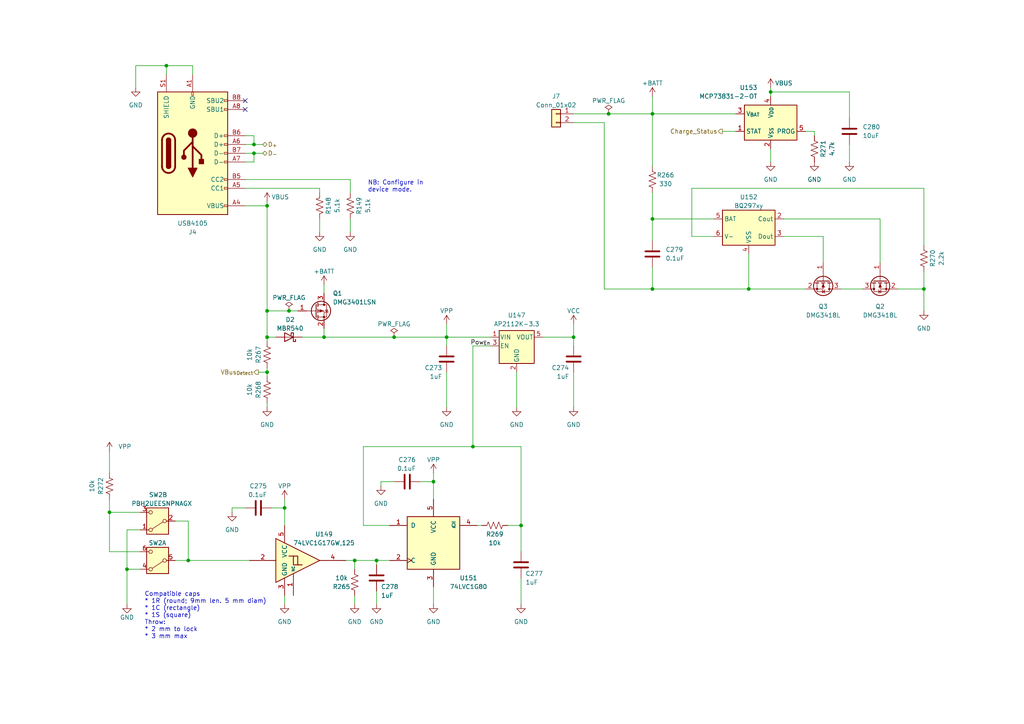
<source format=kicad_sch>
(kicad_sch (version 20231120) (generator "eeschema") (generator_version "8.0")
  (paper "A4")
  (title_block (title "USB-2.0 C and LiPo Battery") (rev "A") (company "Open Ephys, Inc") (comment 1 "Jonathan P. Newman"))
  (lib_symbols
    (symbol "74xGxx:74LVC1G17"
      (property "Reference" "U" (at 2.54 7.62 0))
      (property "Value" "74LVC1G17" (at 5.08 -7.62 0))
      (symbol "74LVC1G17_0_1"
        (polyline (pts (xy -2.54 1.27) (xy -1.27 1.27) (xy -1.27 -1.27)) (stroke (width 0.254)) (fill (type background)))
        (polyline (pts (xy -7.62 6.35) (xy -7.62 -6.35) (xy 5.08 0) (xy -7.62 6.35)) (stroke (width 0.254)) (fill (type background)))
        (polyline (pts (xy -3.81 1.27) (xy -2.54 1.27) (xy -2.54 -1.27) (xy 0 -1.27)) (stroke (width 0.254)) (fill (type background)))
      )
      (symbol "74LVC1G17_1_1"
        (pin free line (at -2.54 -10.16 90) (length 6.35) (name "NC") (number "1"))
        (pin input line (at -15.24 0 0) (length 7.62) (name "~") (number "2"))
        (pin power_in line (at -5.08 -10.16 90) (length 5.08) (name "GND") (number "3"))
        (pin output line (at 12.7 0 180) (length 7.62) (name "~") (number "4"))
        (pin power_in line (at -5.08 10.16 270) (length 5.08) (name "VCC") (number "5"))
      )
    )
    (symbol "74xGxx:74LVC1G80" (pin_names (offset 1.016))
      (property "Reference" "U" (at -5.08 10.16 0))
      (property "Value" "74LVC1G80" (at 7.62 -10.16 0))
      (symbol "74LVC1G80_0_1"
        (rectangle (start -7.62 7.62) (end 7.62 -7.62) (stroke (width 0.254)) (fill (type background)))
      )
      (symbol "74LVC1G80_1_1"
        (pin input line (at -12.7 5.08 0) (length 5.08) (name "D") (number "1"))
        (pin input clock (at -12.7 -5.08 0) (length 5.08) (name "C") (number "2"))
        (pin power_in line (at 0 -12.7 90) (length 5.08) (name "GND") (number "3"))
        (pin output line (at 12.7 5.08 180) (length 5.08) (name "~{Q}") (number "4"))
        (pin power_in line (at 0 12.7 270) (length 5.08) (name "VCC") (number "5"))
      )
    )
    (symbol "Battery_Management:BQ297xy"
      (property "Reference" "U" (at -6.35 6.35 0))
      (property "Value" "BQ297xy" (at 5.08 -6.35 0))
      (symbol "BQ297xy_0_1"
        (rectangle (start -7.62 5.08) (end 7.62 -5.08) (stroke (width 0.254)) (fill (type background)))
      )
      (symbol "BQ297xy_1_1"
        (pin no_connect line (at 7.62 0 180) (length 2.54) hide (name "NC") (number "1"))
        (pin output line (at 10.16 2.54 180) (length 2.54) (name "Cout") (number "2"))
        (pin output line (at 10.16 -2.54 180) (length 2.54) (name "Dout") (number "3"))
        (pin power_in line (at 0 -7.62 90) (length 2.54) (name "VSS") (number "4"))
        (pin input line (at -10.16 2.54 0) (length 2.54) (name "BAT") (number "5"))
        (pin input line (at -10.16 -2.54 0) (length 2.54) (name "V-") (number "6"))
      )
    )
    (symbol "Battery_Management:MCP73831-2-OT"
      (property "Reference" "U" (at -7.62 6.35 0))
      (property "Value" "MCP73831-2-OT" (at 1.27 6.35 0))
      (symbol "MCP73831-2-OT_0_1"
        (rectangle (start -7.62 5.08) (end 7.62 -5.08) (stroke (width 0.254)) (fill (type background)))
      )
      (symbol "MCP73831-2-OT_1_1"
        (pin output line (at 10.16 -2.54 180) (length 2.54) (name "STAT") (number "1"))
        (pin power_in line (at 0 -7.62 90) (length 2.54) (name "V_{SS}") (number "2"))
        (pin power_out line (at 10.16 2.54 180) (length 2.54) (name "V_{BAT}") (number "3"))
        (pin power_in line (at 0 7.62 270) (length 2.54) (name "V_{DD}") (number "4"))
        (pin input line (at -10.16 -2.54 0) (length 2.54) (name "PROG") (number "5"))
      )
    )
    (symbol "Connector:USB_C_Receptacle_USB2.0" (pin_names (offset 1.016))
      (property "Reference" "J" (at -10.16 19.05 0))
      (property "Value" "USB_C_Receptacle_USB2.0" (at 19.05 19.05 0))
      (symbol "USB_C_Receptacle_USB2.0_0_0"
        (rectangle (start -0.254 -17.78) (end 0.254 -16.764))
        (rectangle (start 10.16 -14.986) (end 9.144 -15.494))
        (rectangle (start 10.16 -12.446) (end 9.144 -12.954))
        (rectangle (start 10.16 -4.826) (end 9.144 -5.334))
        (rectangle (start 10.16 -2.286) (end 9.144 -2.794))
        (rectangle (start 10.16 0.254) (end 9.144 -0.254))
        (rectangle (start 10.16 2.794) (end 9.144 2.286))
        (rectangle (start 10.16 7.874) (end 9.144 7.366))
        (rectangle (start 10.16 10.414) (end 9.144 9.906))
        (rectangle (start 10.16 15.494) (end 9.144 14.986))
      )
      (symbol "USB_C_Receptacle_USB2.0_0_1"
        (rectangle (start -10.16 17.78) (end 10.16 -17.78) (stroke (width 0.254)) (fill (type background)))
        (arc (start -8.89 -3.81) (mid -6.985 -5.7067) (end -5.08 -3.81) (stroke (width 0.508)))
        (arc (start -7.62 -3.81) (mid -6.985 -4.4423) (end -6.35 -3.81) (stroke (width 0.254)))
        (arc (start -7.62 -3.81) (mid -6.985 -4.4423) (end -6.35 -3.81) (stroke (width 0.254)) (fill (type outline)))
        (rectangle (start -7.62 -3.81) (end -6.35 3.81) (stroke (width 0.254)) (fill (type outline)))
        (arc (start -6.35 3.81) (mid -6.985 4.4423) (end -7.62 3.81) (stroke (width 0.254)))
        (arc (start -6.35 3.81) (mid -6.985 4.4423) (end -7.62 3.81) (stroke (width 0.254)) (fill (type outline)))
        (arc (start -5.08 3.81) (mid -6.985 5.7067) (end -8.89 3.81) (stroke (width 0.508)))
        (circle (center -2.54 1.143) (radius 0.635) (stroke (width 0.254)) (fill (type outline)))
        (circle (center 0 -5.842) (radius 1.27) (fill (type outline)))
        (polyline (pts (xy -8.89 -3.81) (xy -8.89 3.81)) (stroke (width 0.508)))
        (polyline (pts (xy -5.08 3.81) (xy -5.08 -3.81)) (stroke (width 0.508)))
        (polyline (pts (xy 0 -5.842) (xy 0 4.318)) (stroke (width 0.508)))
        (polyline (pts (xy 0 -3.302) (xy -2.54 -0.762) (xy -2.54 0.508)) (stroke (width 0.508)))
        (polyline (pts (xy 0 -2.032) (xy 2.54 0.508) (xy 2.54 1.778)) (stroke (width 0.508)))
        (polyline (pts (xy -1.27 4.318) (xy 0 6.858) (xy 1.27 4.318) (xy -1.27 4.318)) (stroke (width 0.254)) (fill (type outline)))
        (rectangle (start 1.905 1.778) (end 3.175 3.048) (stroke (width 0.254)) (fill (type outline)))
      )
      (symbol "USB_C_Receptacle_USB2.0_1_1"
        (pin passive line (at 0 -22.86 90) (length 5.08) (name "GND") (number "A1"))
        (pin passive line (at 0 -22.86 90) (length 5.08) hide (name "GND") (number "A12"))
        (pin passive line (at 15.24 15.24 180) (length 5.08) (name "VBUS") (number "A4"))
        (pin bidirectional line (at 15.24 10.16 180) (length 5.08) (name "CC1") (number "A5"))
        (pin bidirectional line (at 15.24 -2.54 180) (length 5.08) (name "D+") (number "A6"))
        (pin bidirectional line (at 15.24 2.54 180) (length 5.08) (name "D-") (number "A7"))
        (pin bidirectional line (at 15.24 -12.7 180) (length 5.08) (name "SBU1") (number "A8"))
        (pin passive line (at 15.24 15.24 180) (length 5.08) hide (name "VBUS") (number "A9"))
        (pin passive line (at 0 -22.86 90) (length 5.08) hide (name "GND") (number "B1"))
        (pin passive line (at 0 -22.86 90) (length 5.08) hide (name "GND") (number "B12"))
        (pin passive line (at 15.24 15.24 180) (length 5.08) hide (name "VBUS") (number "B4"))
        (pin bidirectional line (at 15.24 7.62 180) (length 5.08) (name "CC2") (number "B5"))
        (pin bidirectional line (at 15.24 -5.08 180) (length 5.08) (name "D+") (number "B6"))
        (pin bidirectional line (at 15.24 0 180) (length 5.08) (name "D-") (number "B7"))
        (pin bidirectional line (at 15.24 -15.24 180) (length 5.08) (name "SBU2") (number "B8"))
        (pin passive line (at 15.24 15.24 180) (length 5.08) hide (name "VBUS") (number "B9"))
        (pin passive line (at -7.62 -22.86 90) (length 5.08) (name "SHIELD") (number "S1"))
      )
    )
    (symbol "Connector_Generic:Conn_01x02" (pin_names (offset 1.016) hide)
      (property "Reference" "J" (at 0 2.54 0))
      (property "Value" "Conn_01x02" (at 0 -5.08 0))
      (symbol "Conn_01x02_1_1"
        (rectangle (start -1.27 -2.413) (end 0 -2.667) (stroke (width 0.1524)))
        (rectangle (start -1.27 0.127) (end 0 -0.127) (stroke (width 0.1524)))
        (rectangle (start -1.27 1.27) (end 1.27 -3.81) (stroke (width 0.254)) (fill (type background)))
        (pin passive line (at -5.08 0 0) (length 3.81) (name "Pin_1") (number "1"))
        (pin passive line (at -5.08 -2.54 0) (length 3.81) (name "Pin_2") (number "2"))
      )
    )
    (symbol "Device:C" (pin_numbers hide) (pin_names (offset 0.254))
      (property "Reference" "C" (at 0.635 2.54 0))
      (property "Value" "C" (at 0.635 -2.54 0))
      (symbol "C_0_1"
        (polyline (pts (xy -2.032 -0.762) (xy 2.032 -0.762)) (stroke (width 0.508)))
        (polyline (pts (xy -2.032 0.762) (xy 2.032 0.762)) (stroke (width 0.508)))
      )
      (symbol "C_1_1"
        (pin passive line (at 0 3.81 270) (length 2.794) (name "~") (number "1"))
        (pin passive line (at 0 -3.81 90) (length 2.794) (name "~") (number "2"))
      )
    )
    (symbol "Device:D_Schottky" (pin_numbers hide) (pin_names (offset 1.016) hide)
      (property "Reference" "D" (at 0 2.54 0))
      (property "Value" "D_Schottky" (at 0 -2.54 0))
      (symbol "D_Schottky_0_1"
        (polyline (pts (xy 1.27 0) (xy -1.27 0)))
        (polyline (pts (xy 1.27 1.27) (xy 1.27 -1.27) (xy -1.27 0) (xy 1.27 1.27)) (stroke (width 0.254)))
        (polyline (pts (xy -1.905 0.635) (xy -1.905 1.27) (xy -1.27 1.27) (xy -1.27 -1.27) (xy -0.635 -1.27) (xy -0.635 -0.635)) (stroke (width 0.254)))
      )
      (symbol "D_Schottky_1_1"
        (pin passive line (at -3.81 0 0) (length 2.54) (name "K") (number "1"))
        (pin passive line (at 3.81 0 180) (length 2.54) (name "A") (number "2"))
      )
    )
    (symbol "Device:R_US" (pin_numbers hide) (pin_names (offset 0))
      (property "Reference" "R" (at 2.54 0 90))
      (property "Value" "R_US" (at -2.54 0 90))
      (symbol "R_US_0_1"
        (polyline (pts (xy 0 -2.286) (xy 0 -2.54)))
        (polyline (pts (xy 0 2.286) (xy 0 2.54)))
        (polyline (pts (xy 0 -0.762) (xy 1.016 -1.143) (xy 0 -1.524) (xy -1.016 -1.905) (xy 0 -2.286)))
        (polyline (pts (xy 0 0.762) (xy 1.016 0.381) (xy 0 0) (xy -1.016 -0.381) (xy 0 -0.762)))
        (polyline (pts (xy 0 2.286) (xy 1.016 1.905) (xy 0 1.524) (xy -1.016 1.143) (xy 0 0.762)))
      )
      (symbol "R_US_1_1"
        (pin passive line (at 0 3.81 270) (length 1.27) (name "~") (number "1"))
        (pin passive line (at 0 -3.81 90) (length 1.27) (name "~") (number "2"))
      )
    )
    (symbol "Regulator_Linear:AP2112K-3.3" (pin_names (offset 0.254))
      (property "Reference" "U" (at -5.08 5.715 0))
      (property "Value" "AP2112K-3.3" (at 0 5.715 0))
      (symbol "AP2112K-3.3_0_1"
        (rectangle (start -5.08 4.445) (end 5.08 -5.08) (stroke (width 0.254)) (fill (type background)))
      )
      (symbol "AP2112K-3.3_1_1"
        (pin power_in line (at -7.62 2.54 0) (length 2.54) (name "VIN") (number "1"))
        (pin power_in line (at 0 -7.62 90) (length 2.54) (name "GND") (number "2"))
        (pin input line (at -7.62 0 0) (length 2.54) (name "EN") (number "3"))
        (pin no_connect line (at 5.08 0 180) (length 2.54) hide (name "NC") (number "4"))
        (pin power_out line (at 7.62 2.54 180) (length 2.54) (name "VOUT") (number "5"))
      )
    )
    (symbol "Switch:SW_DPDT_x2" (pin_names (offset 0) hide)
      (property "Reference" "SW" (at 0 5.08 0))
      (property "Value" "SW_DPDT_x2" (at 0 -5.08 0))
      (symbol "SW_DPDT_x2_0_0"
        (circle (center -2.032 0) (radius 0.508))
        (circle (center 2.032 -2.54) (radius 0.508))
      )
      (symbol "SW_DPDT_x2_0_1"
        (rectangle (start -3.175 3.81) (end 3.175 -3.81) (stroke (width 0.254)) (fill (type background)))
        (polyline (pts (xy -1.524 0.254) (xy 1.5748 2.286)))
        (circle (center 2.032 2.54) (radius 0.508))
      )
      (symbol "SW_DPDT_x2_1_1"
        (pin passive line (at 5.08 2.54 180) (length 2.54) (name "A") (number "1"))
        (pin passive line (at -5.08 0 0) (length 2.54) (name "B") (number "2"))
        (pin passive line (at 5.08 -2.54 180) (length 2.54) (name "C") (number "3"))
      )
      (symbol "SW_DPDT_x2_2_1"
        (pin passive line (at 5.08 2.54 180) (length 2.54) (name "A") (number "4"))
        (pin passive line (at -5.08 0 0) (length 2.54) (name "B") (number "5"))
        (pin passive line (at 5.08 -2.54 180) (length 2.54) (name "C") (number "6"))
      )
    )
    (symbol "Transistor_FET:DMG2301L" (pin_names hide)
      (property "Reference" "Q" (at 5.08 1.905 0))
      (property "Value" "DMG2301L" (at 5.08 0 0))
      (symbol "DMG2301L_0_1"
        (polyline (pts (xy 0.254 0) (xy -2.54 0)))
        (polyline (pts (xy 0.254 1.905) (xy 0.254 -1.905)) (stroke (width 0.254)))
        (polyline (pts (xy 0.762 -1.27) (xy 0.762 -2.286)) (stroke (width 0.254)))
        (polyline (pts (xy 0.762 0.508) (xy 0.762 -0.508)) (stroke (width 0.254)))
        (polyline (pts (xy 0.762 2.286) (xy 0.762 1.27)) (stroke (width 0.254)))
        (polyline (pts (xy 2.54 2.54) (xy 2.54 1.778)))
        (polyline (pts (xy 2.54 -2.54) (xy 2.54 0) (xy 0.762 0)))
        (polyline (pts (xy 0.762 1.778) (xy 3.302 1.778) (xy 3.302 -1.778) (xy 0.762 -1.778)))
        (polyline (pts (xy 2.286 0) (xy 1.27 0.381) (xy 1.27 -0.381) (xy 2.286 0)) (fill (type outline)))
        (polyline (pts (xy 2.794 -0.508) (xy 2.921 -0.381) (xy 3.683 -0.381) (xy 3.81 -0.254)))
        (polyline (pts (xy 3.302 -0.381) (xy 2.921 0.254) (xy 3.683 0.254) (xy 3.302 -0.381)))
        (circle (center 1.651 0) (radius 2.794) (stroke (width 0.254)))
        (circle (center 2.54 -1.778) (radius 0.254) (fill (type outline)))
        (circle (center 2.54 1.778) (radius 0.254) (fill (type outline)))
      )
      (symbol "DMG2301L_1_1"
        (pin input line (at -5.08 0 0) (length 2.54) (name "G") (number "1"))
        (pin passive line (at 2.54 -5.08 90) (length 2.54) (name "S") (number "2"))
        (pin passive line (at 2.54 5.08 270) (length 2.54) (name "D") (number "3"))
      )
    )
    (symbol "Transistor_FET:DMG3414U" (pin_names hide)
      (property "Reference" "Q" (at 5.08 1.905 0))
      (property "Value" "DMG3414U" (at 5.08 0 0))
      (symbol "DMG3414U_0_1"
        (polyline (pts (xy 0.254 0) (xy -2.54 0)))
        (polyline (pts (xy 0.254 1.905) (xy 0.254 -1.905)) (stroke (width 0.254)))
        (polyline (pts (xy 0.762 -1.27) (xy 0.762 -2.286)) (stroke (width 0.254)))
        (polyline (pts (xy 0.762 0.508) (xy 0.762 -0.508)) (stroke (width 0.254)))
        (polyline (pts (xy 0.762 2.286) (xy 0.762 1.27)) (stroke (width 0.254)))
        (polyline (pts (xy 2.54 2.54) (xy 2.54 1.778)))
        (polyline (pts (xy 2.54 -2.54) (xy 2.54 0) (xy 0.762 0)))
        (polyline (pts (xy 0.762 -1.778) (xy 3.302 -1.778) (xy 3.302 1.778) (xy 0.762 1.778)))
        (polyline (pts (xy 1.016 0) (xy 2.032 0.381) (xy 2.032 -0.381) (xy 1.016 0)) (fill (type outline)))
        (polyline (pts (xy 2.794 0.508) (xy 2.921 0.381) (xy 3.683 0.381) (xy 3.81 0.254)))
        (polyline (pts (xy 3.302 0.381) (xy 2.921 -0.254) (xy 3.683 -0.254) (xy 3.302 0.381)))
        (circle (center 1.651 0) (radius 2.794) (stroke (width 0.254)))
        (circle (center 2.54 -1.778) (radius 0.254) (fill (type outline)))
        (circle (center 2.54 1.778) (radius 0.254) (fill (type outline)))
      )
      (symbol "DMG3414U_1_1"
        (pin input line (at -5.08 0 0) (length 2.54) (name "G") (number "1"))
        (pin passive line (at 2.54 -5.08 90) (length 2.54) (name "S") (number "2"))
        (pin passive line (at 2.54 5.08 270) (length 2.54) (name "D") (number "3"))
      )
    )
    (symbol "power:+BATT" (power) (pin_names (offset 0))
      (property "Value" "+BATT" (at 0 3.556 0))
      (symbol "+BATT_0_1"
        (polyline (pts (xy -0.762 1.27) (xy 0 2.54)))
        (polyline (pts (xy 0 0) (xy 0 2.54)))
        (polyline (pts (xy 0 2.54) (xy 0.762 1.27)))
      )
      (symbol "+BATT_1_1"
        (pin power_in line (at 0 0 90) (length 0) hide (name "+BATT") (number "1"))
      )
    )
    (symbol "power:GND" (power) (pin_names (offset 0))
      (property "Value" "GND" (at 0 -3.81 0))
      (symbol "GND_0_1"
        (polyline (pts (xy 0 0) (xy 0 -1.27) (xy 1.27 -1.27) (xy 0 -2.54) (xy -1.27 -1.27) (xy 0 -1.27)))
      )
      (symbol "GND_1_1"
        (pin power_in line (at 0 0 270) (length 0) hide (name "GND") (number "1"))
      )
    )
    (symbol "power:PWR_FLAG" (power) (pin_numbers hide) (pin_names (offset 0) hide)
      (property "Value" "PWR_FLAG" (at 0 3.81 0))
      (symbol "PWR_FLAG_0_0"
        (pin power_out line (at 0 0 90) (length 0) (name "pwr") (number "1"))
      )
      (symbol "PWR_FLAG_0_1"
        (polyline (pts (xy 0 0) (xy 0 1.27) (xy -1.016 1.905) (xy 0 2.54) (xy 1.016 1.905) (xy 0 1.27)))
      )
    )
    (symbol "power:VBUS" (power) (pin_names (offset 0))
      (property "Value" "VBUS" (at 0 3.81 0))
      (symbol "VBUS_0_1"
        (polyline (pts (xy -0.762 1.27) (xy 0 2.54)))
        (polyline (pts (xy 0 0) (xy 0 2.54)))
        (polyline (pts (xy 0 2.54) (xy 0.762 1.27)))
      )
      (symbol "VBUS_1_1"
        (pin power_in line (at 0 0 90) (length 0) hide (name "VBUS") (number "1"))
      )
    )
    (symbol "power:VCC" (power) (pin_names (offset 0))
      (property "Value" "VCC" (at 0 3.81 0))
      (symbol "VCC_0_1"
        (polyline (pts (xy -0.762 1.27) (xy 0 2.54)))
        (polyline (pts (xy 0 0) (xy 0 2.54)))
        (polyline (pts (xy 0 2.54) (xy 0.762 1.27)))
      )
      (symbol "VCC_1_1"
        (pin power_in line (at 0 0 90) (length 0) hide (name "VCC") (number "1"))
      )
    )
    (symbol "power:VPP" (power) (pin_names (offset 0))
      (property "Value" "VPP" (at 0 3.81 0))
      (symbol "VPP_0_1"
        (polyline (pts (xy -0.762 1.27) (xy 0 2.54)))
        (polyline (pts (xy 0 0) (xy 0 2.54)))
        (polyline (pts (xy 0 2.54) (xy 0.762 1.27)))
      )
      (symbol "VPP_1_1"
        (pin power_in line (at 0 0 90) (length 0) hide (name "VPP") (number "1"))
      )
    )
  )
  (junction (at 54.61 162.56))
  (junction (at 223.52 26.67))
  (junction (at 83.82 90.17))
  (junction (at 93.98 97.79))
  (junction (at 114.3 97.79))
  (junction (at 151.13 152.4))
  (junction (at 217.17 83.82))
  (junction (at 102.87 162.56))
  (junction (at 189.23 63.5))
  (junction (at 82.55 147.32))
  (junction (at 109.22 162.56))
  (junction (at 31.75 148.59))
  (junction (at 77.47 97.79))
  (junction (at 125.73 139.7))
  (junction (at 73.66 41.91))
  (junction (at 73.66 44.45))
  (junction (at 77.47 90.17))
  (junction (at 77.47 59.69))
  (junction (at 36.83 165.1))
  (junction (at 176.53 33.02))
  (junction (at 267.97 83.82))
  (junction (at 137.16 129.54))
  (junction (at 48.26 19.05))
  (junction (at 189.23 33.02))
  (junction (at 189.23 83.82))
  (junction (at 166.37 97.79))
  (junction (at 77.47 107.95))
  (junction (at 129.54 97.79))
  (no_connect (at 71.12 29.21))
  (no_connect (at 71.12 31.75))
  (wire (pts (xy 189.23 27.94) (xy 189.23 33.02)))
  (wire (pts (xy 125.73 139.7) (xy 125.73 144.78)))
  (wire (pts (xy 189.23 63.5) (xy 207.01 63.5)))
  (wire (pts (xy 73.66 44.45) (xy 73.66 46.99)))
  (wire (pts (xy 77.47 90.17) (xy 83.82 90.17)))
  (wire (pts (xy 236.22 38.1) (xy 236.22 39.37)))
  (wire (pts (xy 175.26 83.82) (xy 189.23 83.82)))
  (wire (pts (xy 92.71 63.5) (xy 92.71 67.31)))
  (wire (pts (xy 67.31 148.59) (xy 67.31 147.32)))
  (wire (pts (xy 125.73 137.16) (xy 125.73 139.7)))
  (wire (pts (xy 109.22 162.56) (xy 109.22 163.83)))
  (wire (pts (xy 36.83 175.26) (xy 36.83 165.1)))
  (wire (pts (xy 189.23 63.5) (xy 189.23 69.85)))
  (wire (pts (xy 77.47 107.95) (xy 74.93 107.95)))
  (wire (pts (xy 223.52 25.4) (xy 223.52 26.67)))
  (wire (pts (xy 129.54 93.98) (xy 129.54 97.79)))
  (wire (pts (xy 77.47 97.79) (xy 80.01 97.79)))
  (wire (pts (xy 147.32 152.4) (xy 151.13 152.4)))
  (wire (pts (xy 39.37 19.05) (xy 39.37 25.4)))
  (wire (pts (xy 71.12 52.07) (xy 101.6 52.07)))
  (wire (pts (xy 105.41 129.54) (xy 137.16 129.54)))
  (wire (pts (xy 48.26 19.05) (xy 39.37 19.05)))
  (wire (pts (xy 223.52 26.67) (xy 223.52 27.94)))
  (wire (pts (xy 71.12 46.99) (xy 73.66 46.99)))
  (wire (pts (xy 189.23 77.47) (xy 189.23 83.82)))
  (wire (pts (xy 246.38 26.67) (xy 246.38 34.29)))
  (wire (pts (xy 83.82 90.17) (xy 86.36 90.17)))
  (wire (pts (xy 77.47 59.69) (xy 77.47 90.17)))
  (wire (pts (xy 31.75 137.16) (xy 31.75 130.81)))
  (wire (pts (xy 129.54 97.79) (xy 142.24 97.79)))
  (wire (pts (xy 209.55 38.1) (xy 213.36 38.1)))
  (wire (pts (xy 102.87 162.56) (xy 102.87 165.1)))
  (wire (pts (xy 77.47 106.68) (xy 77.47 107.95)))
  (wire (pts (xy 73.66 39.37) (xy 73.66 41.91)))
  (wire (pts (xy 255.27 63.5) (xy 255.27 76.2)))
  (wire (pts (xy 200.66 54.61) (xy 267.97 54.61)))
  (wire (pts (xy 101.6 63.5) (xy 101.6 67.31)))
  (wire (pts (xy 82.55 147.32) (xy 82.55 152.4)))
  (wire (pts (xy 87.63 97.79) (xy 93.98 97.79)))
  (wire (pts (xy 137.16 129.54) (xy 151.13 129.54)))
  (wire (pts (xy 109.22 171.45) (xy 109.22 175.26)))
  (wire (pts (xy 40.64 148.59) (xy 31.75 148.59)))
  (wire (pts (xy 267.97 78.74) (xy 267.97 83.82)))
  (wire (pts (xy 102.87 162.56) (xy 109.22 162.56)))
  (wire (pts (xy 137.16 100.33) (xy 142.24 100.33)))
  (wire (pts (xy 77.47 116.84) (xy 77.47 118.11)))
  (wire (pts (xy 36.83 165.1) (xy 40.64 165.1)))
  (wire (pts (xy 82.55 172.72) (xy 82.55 175.26)))
  (wire (pts (xy 77.47 90.17) (xy 77.47 97.79)))
  (wire (pts (xy 55.88 19.05) (xy 48.26 19.05)))
  (wire (pts (xy 125.73 170.18) (xy 125.73 175.26)))
  (wire (pts (xy 129.54 97.79) (xy 114.3 97.79)))
  (wire (pts (xy 54.61 151.13) (xy 54.61 162.56)))
  (wire (pts (xy 73.66 41.91) (xy 76.2 41.91)))
  (wire (pts (xy 223.52 26.67) (xy 246.38 26.67)))
  (wire (pts (xy 102.87 172.72) (xy 102.87 175.26)))
  (wire (pts (xy 238.76 68.58) (xy 227.33 68.58)))
  (wire (pts (xy 77.47 58.42) (xy 77.47 59.69)))
  (wire (pts (xy 233.68 38.1) (xy 236.22 38.1)))
  (wire (pts (xy 151.13 152.4) (xy 151.13 160.02)))
  (wire (pts (xy 149.86 107.95) (xy 149.86 118.11)))
  (wire (pts (xy 166.37 93.98) (xy 166.37 97.79)))
  (wire (pts (xy 189.23 55.88) (xy 189.23 63.5)))
  (wire (pts (xy 238.76 76.2) (xy 238.76 68.58)))
  (wire (pts (xy 151.13 167.64) (xy 151.13 175.26)))
  (wire (pts (xy 67.31 147.32) (xy 71.12 147.32)))
  (wire (pts (xy 93.98 95.25) (xy 93.98 97.79)))
  (wire (pts (xy 151.13 129.54) (xy 151.13 152.4)))
  (wire (pts (xy 55.88 21.59) (xy 55.88 19.05)))
  (wire (pts (xy 71.12 59.69) (xy 77.47 59.69)))
  (wire (pts (xy 166.37 107.95) (xy 166.37 118.11)))
  (wire (pts (xy 71.12 54.61) (xy 92.71 54.61)))
  (wire (pts (xy 100.33 162.56) (xy 102.87 162.56)))
  (wire (pts (xy 77.47 107.95) (xy 77.47 109.22)))
  (wire (pts (xy 48.26 19.05) (xy 48.26 21.59)))
  (wire (pts (xy 189.23 33.02) (xy 189.23 48.26)))
  (wire (pts (xy 267.97 54.61) (xy 267.97 71.12)))
  (wire (pts (xy 113.03 152.4) (xy 105.41 152.4)))
  (wire (pts (xy 207.01 68.58) (xy 200.66 68.58)))
  (wire (pts (xy 50.8 151.13) (xy 54.61 151.13)))
  (wire (pts (xy 73.66 44.45) (xy 76.2 44.45)))
  (wire (pts (xy 36.83 165.1) (xy 36.83 153.67)))
  (wire (pts (xy 189.23 33.02) (xy 213.36 33.02)))
  (wire (pts (xy 217.17 83.82) (xy 189.23 83.82)))
  (wire (pts (xy 78.74 147.32) (xy 82.55 147.32)))
  (wire (pts (xy 223.52 43.18) (xy 223.52 46.99)))
  (wire (pts (xy 157.48 97.79) (xy 166.37 97.79)))
  (wire (pts (xy 175.26 35.56) (xy 175.26 83.82)))
  (wire (pts (xy 36.83 153.67) (xy 40.64 153.67)))
  (wire (pts (xy 105.41 152.4) (xy 105.41 129.54)))
  (wire (pts (xy 114.3 97.79) (xy 93.98 97.79)))
  (wire (pts (xy 77.47 99.06) (xy 77.47 97.79)))
  (wire (pts (xy 166.37 97.79) (xy 166.37 100.33)))
  (wire (pts (xy 109.22 162.56) (xy 113.03 162.56)))
  (wire (pts (xy 93.98 82.55) (xy 93.98 85.09)))
  (wire (pts (xy 31.75 160.02) (xy 40.64 160.02)))
  (wire (pts (xy 31.75 148.59) (xy 31.75 160.02)))
  (wire (pts (xy 82.55 144.78) (xy 82.55 147.32)))
  (wire (pts (xy 166.37 35.56) (xy 175.26 35.56)))
  (wire (pts (xy 166.37 33.02) (xy 176.53 33.02)))
  (wire (pts (xy 110.49 140.97) (xy 110.49 139.7)))
  (wire (pts (xy 101.6 52.07) (xy 101.6 55.88)))
  (wire (pts (xy 200.66 68.58) (xy 200.66 54.61)))
  (wire (pts (xy 246.38 41.91) (xy 246.38 46.99)))
  (wire (pts (xy 243.84 83.82) (xy 250.19 83.82)))
  (wire (pts (xy 176.53 33.02) (xy 189.23 33.02)))
  (wire (pts (xy 71.12 44.45) (xy 73.66 44.45)))
  (wire (pts (xy 129.54 107.95) (xy 129.54 118.11)))
  (wire (pts (xy 233.68 83.82) (xy 217.17 83.82)))
  (wire (pts (xy 129.54 97.79) (xy 129.54 100.33)))
  (wire (pts (xy 137.16 100.33) (xy 137.16 129.54)))
  (wire (pts (xy 92.71 54.61) (xy 92.71 55.88)))
  (wire (pts (xy 31.75 144.78) (xy 31.75 148.59)))
  (wire (pts (xy 54.61 162.56) (xy 72.39 162.56)))
  (wire (pts (xy 227.33 63.5) (xy 255.27 63.5)))
  (wire (pts (xy 71.12 39.37) (xy 73.66 39.37)))
  (wire (pts (xy 217.17 83.82) (xy 217.17 73.66)))
  (wire (pts (xy 138.43 152.4) (xy 139.7 152.4)))
  (wire (pts (xy 267.97 83.82) (xy 260.35 83.82)))
  (wire (pts (xy 71.12 41.91) (xy 73.66 41.91)))
  (wire (pts (xy 121.92 139.7) (xy 125.73 139.7)))
  (wire (pts (xy 54.61 162.56) (xy 50.8 162.56)))
  (wire (pts (xy 267.97 83.82) (xy 267.97 90.17)))
  (wire (pts (xy 110.49 139.7) (xy 114.3 139.7)))
  (text "Compatible caps\n* 1R (round; 9mm len. 5 mm diam)\n* 1C (rectangle)\n* 1S (square)\nThrow:\n* 2 mm to lock\n* 3 mm max\n" (at 41.91 185.42 0) (effects (font (size 1.27 1.27)) (justify left bottom)))
  (text "NB: Configure in\ndevice mode." (at 106.68 55.88 0) (effects (font (size 1.27 1.27)) (justify left bottom)))
  (label "Pow_{En}" (at 142.24 100.33 180))
  (hierarchical_label "VBus_{Detect}" (shape output) (at 74.93 107.95 180))
  (hierarchical_label "D_{-}" (shape bidirectional) (at 76.2 44.45 0))
  (hierarchical_label "D_{+}" (shape bidirectional) (at 76.2 41.91 0))
  (hierarchical_label "Charge_Status" (shape output) (at 209.55 38.1 180))
  (symbol (lib_id "Battery_Management:MCP73831-2-OT") (at 223.52 35.56 0) (mirror y) (unit 1)
    (property "Reference" "U153" (at 219.71 25.4 0) (effects (justify left)))
    (property "Value" "MCP73831-2-OT" (at 219.71 27.94 0) (effects (justify left)))
    (property "Footprint" "Package_TO_SOT_SMD:SOT-23-5" (effects (hide yes)))
    (property "Datasheet" "http://ww1.microchip.com/downloads/en/DeviceDoc/20001984g.pdf" (effects (hide yes)))
  )
  (symbol (lib_id "power:GND") (at 125.73 175.26 0) (mirror y) (unit 1)
    (property "Reference" "#PWR0744" (effects (hide yes)))
    (property "Value" "GND" (at 125.73 180.34 0))
  )
  (symbol (lib_id "Regulator_Linear:AP2112K-3.3") (at 149.86 100.33 0) (unit 1)
    (property "Reference" "U147" (at 149.86 91.44 0))
    (property "Value" "AP2112K-3.3" (at 149.86 93.98 0))
    (property "Footprint" "Package_TO_SOT_SMD:SOT-23-5" (effects (hide yes)))
    (property "Datasheet" "https://www.diodes.com/assets/Datasheets/AP2112.pdf" (effects (hide yes)))
  )
  (symbol (lib_id "Device:D_Schottky") (at 83.82 97.79 180) (unit 1)
    (property "Reference" "D2" (at 84.1375 92.71 0))
    (property "Value" "MBR540" (at 84.1375 95.25 0))
    (property "Footprint" "Diode_SMD:D_SOD-123" (effects (hide yes)))
  )
  (symbol (lib_id "power:GND") (at 92.71 67.31 0) (mirror y) (unit 1)
    (property "Reference" "#PWR0569" (effects (hide yes)))
    (property "Value" "GND" (at 92.71 72.39 0))
  )
  (symbol (lib_id "Device:R_US") (at 102.87 168.91 0) (unit 1)
    (property "Reference" "R265" (at 99.06 170.18 0))
    (property "Value" "10k" (at 99.06 167.64 0))
    (property "Footprint" "Resistor_SMD:R_0402_1005Metric" (effects (hide yes)))
  )
  (symbol (lib_id "power:VCC") (at 166.37 93.98 0) (mirror y) (unit 1)
    (property "Reference" "#PWR0740" (effects (hide yes)))
    (property "Value" "VCC" (at 166.37 90.17 0))
  )
  (symbol (lib_id "power:VPP") (at 82.55 144.78 0) (unit 1)
    (property "Reference" "#PWR0608" (effects (hide yes)))
    (property "Value" "VPP" (at 82.55 140.97 0))
  )
  (symbol (lib_id "power:VPP") (at 31.75 130.81 0) (unit 1)
    (property "Reference" "#PWR0609" (effects (hide yes)))
    (property "Value" "VPP" (at 34.29 129.5399 0) (effects (justify left)))
  )
  (symbol (lib_id "power:+BATT") (at 189.23 27.94 0) (unit 1)
    (property "Reference" "#PWR0754" (effects (hide yes)))
    (property "Value" "+BATT" (at 189.23 24.13 0))
  )
  (symbol (lib_id "power:GND") (at 246.38 46.99 0) (mirror y) (unit 1)
    (property "Reference" "#PWR0752" (effects (hide yes)))
    (property "Value" "GND" (at 246.38 52.07 0))
  )
  (symbol (lib_id "Connector:USB_C_Receptacle_USB2.0") (at 55.88 44.45 0) (mirror x) (unit 1)
    (property "Reference" "J4" (at 55.88 67.31 0))
    (property "Value" "USB4105" (at 55.88 64.77 0))
    (property "Footprint" "Connector_USB:USB_C_Receptacle_GCT_USB4105-xx-A_16P_TopMnt_Horizontal" (effects (hide yes)))
    (property "Datasheet" "https://www.usb.org/sites/default/files/documents/usb_type-c.zip" (effects (hide yes)))
  )
  (symbol (lib_id "power:GND") (at 166.37 118.11 0) (mirror y) (unit 1)
    (property "Reference" "#PWR0575" (effects (hide yes)))
    (property "Value" "GND" (at 166.37 123.19 0))
  )
  (symbol (lib_id "power:GND") (at 82.55 175.26 0) (mirror y) (unit 1)
    (property "Reference" "#PWR0610" (effects (hide yes)))
    (property "Value" "GND" (at 82.55 180.34 0))
  )
  (symbol (lib_id "power:GND") (at 223.52 46.99 0) (mirror y) (unit 1)
    (property "Reference" "#PWR0750" (effects (hide yes)))
    (property "Value" "GND" (at 223.52 52.07 0))
  )
  (symbol (lib_id "Device:C") (at 246.38 38.1 0) (mirror y) (unit 1)
    (property "Reference" "C280" (at 250.19 36.83 0) (effects (justify right)))
    (property "Value" "10uF" (at 250.19 39.37 0) (effects (justify right)))
    (property "Footprint" "Capacitor_SMD:C_0805_2012Metric" (effects (hide yes)))
  )
  (symbol (lib_id "74xGxx:74LVC1G17") (at 87.63 162.56 0) (unit 1)
    (property "Reference" "U149" (at 93.98 154.94 0))
    (property "Value" "74LVC1G17GW,125" (at 93.98 157.48 0))
    (property "Footprint" "Package_TO_SOT_SMD:SOT-353_SC-70-5" (effects (hide yes)))
    (property "Datasheet" "https://www.ti.com/lit/ds/symlink/sn74lvc1g17.pdf" (effects (hide yes)))
  )
  (symbol (lib_id "Device:C") (at 129.54 104.14 0) (unit 1)
    (property "Reference" "C273" (at 128.27 106.68 0) (effects (justify right)))
    (property "Value" "1uF" (at 128.27 109.22 0) (effects (justify right)))
    (property "Footprint" "Capacitor_SMD:C_0603_1608Metric" (effects (hide yes)))
  )
  (symbol (lib_id "power:PWR_FLAG") (at 83.82 90.17 0) (unit 1)
    (property "Reference" "#FLG02" (effects (hide yes)))
    (property "Value" "PWR_FLAG" (at 83.82 86.36 0))
  )
  (symbol (lib_id "power:GND") (at 101.6 67.31 0) (mirror y) (unit 1)
    (property "Reference" "#PWR0570" (effects (hide yes)))
    (property "Value" "GND" (at 101.6 72.39 0))
  )
  (symbol (lib_id "Transistor_FET:DMG3414U") (at 238.76 81.28 270) (unit 1)
    (property "Reference" "Q3" (at 238.76 88.9 90))
    (property "Value" "DMG3418L" (at 238.76 91.44 90))
    (property "Footprint" "Package_TO_SOT_SMD:SOT-23" (effects (hide yes)))
    (property "Datasheet" "http://www.diodes.com/assets/Datasheets/ds31739.pdf" (effects (hide yes)))
  )
  (symbol (lib_id "Device:C") (at 166.37 104.14 0) (unit 1)
    (property "Reference" "C274" (at 165.1 106.68 0) (effects (justify right)))
    (property "Value" "1uF" (at 165.1 109.22 0) (effects (justify right)))
    (property "Footprint" "Capacitor_SMD:C_0603_1608Metric" (effects (hide yes)))
  )
  (symbol (lib_id "power:GND") (at 129.54 118.11 0) (mirror y) (unit 1)
    (property "Reference" "#PWR0572" (effects (hide yes)))
    (property "Value" "GND" (at 129.54 123.19 0))
  )
  (symbol (lib_id "Switch:SW_DPDT_x2") (at 45.72 151.13 180) (unit 1)
    (property "Reference" "SW2" (at 48.26 157.48 0) (effects (justify left)))
    (property "Value" "PBH2UEESNPNAGX" (effects (hide yes)))
    (property "Footprint" "open-ephys:ESWITCH_PBH2UxxNAGX" (effects (hide yes)))
    (property "Datasheet" "https://sten-eswitch-13110800-production.s3.amazonaws.com/system/asset/product_line/data_sheet/52/PBH.pdf" (effects (hide yes)))
    (property "Description" "Switch, dual pole double throw, separate symbols" (effects (hide yes)))
  )
  (symbol (lib_id "power:GND") (at 267.97 90.17 0) (mirror y) (unit 1)
    (property "Reference" "#PWR0749" (effects (hide yes)))
    (property "Value" "GND" (at 267.97 95.25 0))
  )
  (symbol (lib_id "Device:C") (at 74.93 147.32 270) (unit 1)
    (property "Reference" "C275" (at 77.47 140.97 90) (effects (justify right)))
    (property "Value" "0.1uF" (at 77.47 143.51 90) (effects (justify right)))
    (property "Footprint" "Capacitor_SMD:C_0402_1005Metric" (effects (hide yes)))
  )
  (symbol (lib_id "Transistor_FET:DMG3414U") (at 255.27 81.28 90) (mirror x) (unit 1)
    (property "Reference" "Q2" (at 255.27 88.9 90))
    (property "Value" "DMG3418L" (at 255.27 91.44 90))
    (property "Footprint" "Package_TO_SOT_SMD:SOT-23" (effects (hide yes)))
    (property "Datasheet" "http://www.diodes.com/assets/Datasheets/ds31739.pdf" (effects (hide yes)))
  )
  (symbol (lib_id "74xGxx:74LVC1G80") (at 125.73 157.48 0) (unit 1)
    (property "Reference" "U151" (at 135.89 167.64 0))
    (property "Value" "74LVC1G80" (at 135.89 170.18 0))
    (property "Footprint" "Package_TO_SOT_SMD:SOT-353_SC-70-5" (effects (hide yes)))
    (property "Datasheet" "https://www.ti.com/lit/ds/symlink/sn74lvc1g80.pdf?ts=1706273326001&ref_url=https%253A%252F%252Fwww.mouser.de%252F" (effects (hide yes)))
  )
  (symbol (lib_id "power:GND") (at 39.37 25.4 0) (mirror y) (unit 1)
    (property "Reference" "#PWR0568" (effects (hide yes)))
    (property "Value" "GND" (at 39.37 30.48 0))
  )
  (symbol (lib_id "power:VPP") (at 129.54 93.98 0) (unit 1)
    (property "Reference" "#PWR0753" (effects (hide yes)))
    (property "Value" "VPP" (at 129.54 90.17 0))
  )
  (symbol (lib_id "Device:R_US") (at 267.97 74.93 180) (unit 1)
    (property "Reference" "R270" (at 270.51 74.93 90))
    (property "Value" "2.2k" (at 273.05 74.93 90))
    (property "Footprint" "Resistor_SMD:R_0402_1005Metric" (effects (hide yes)))
  )
  (symbol (lib_id "Device:R_US") (at 77.47 113.03 0) (unit 1)
    (property "Reference" "R268" (at 74.93 113.03 90))
    (property "Value" "10k" (at 72.39 113.03 90))
    (property "Footprint" "Resistor_SMD:R_0402_1005Metric" (effects (hide yes)))
  )
  (symbol (lib_id "Device:R_US") (at 92.71 59.69 0) (mirror y) (unit 1)
    (property "Reference" "R148" (at 95.25 59.69 90))
    (property "Value" "5.1k" (at 97.79 59.69 90))
    (property "Footprint" "Resistor_SMD:R_0402_1005Metric" (effects (hide yes)))
  )
  (symbol (lib_id "Transistor_FET:DMG2301L") (at 91.44 90.17 0) (unit 1)
    (property "Reference" "Q1" (at 96.52 85.09 0) (effects (justify left)))
    (property "Value" "DMG3401LSN" (at 96.52 87.63 0) (effects (justify left)))
    (property "Footprint" "Package_TO_SOT_SMD:SOT-23" (effects (hide yes)))
    (property "Datasheet" "https://www.diodes.com/assets/Datasheets/DMG2301L.pdf" (effects (hide yes)))
  )
  (symbol (lib_id "Device:C") (at 109.22 167.64 0) (mirror y) (unit 1)
    (property "Reference" "C278" (at 110.49 170.18 0) (effects (justify right)))
    (property "Value" "1uF" (at 110.49 172.72 0) (effects (justify right)))
    (property "Footprint" "Capacitor_SMD:C_0603_1608Metric" (effects (hide yes)))
  )
  (symbol (lib_id "Device:R_US") (at 31.75 140.97 0) (unit 1)
    (property "Reference" "R272" (at 29.21 140.97 90))
    (property "Value" "10k" (at 26.67 140.97 90))
    (property "Footprint" "Resistor_SMD:R_0402_1005Metric" (effects (hide yes)))
  )
  (symbol (lib_id "Device:C") (at 151.13 163.83 0) (mirror y) (unit 1)
    (property "Reference" "C277" (at 152.4 166.37 0) (effects (justify right)))
    (property "Value" "1uF" (at 152.4 168.91 0) (effects (justify right)))
    (property "Footprint" "Capacitor_SMD:C_0603_1608Metric" (effects (hide yes)))
  )
  (symbol (lib_id "Device:C") (at 118.11 139.7 270) (unit 1)
    (property "Reference" "C276" (at 120.65 133.35 90) (effects (justify right)))
    (property "Value" "0.1uF" (at 120.65 135.89 90) (effects (justify right)))
    (property "Footprint" "Capacitor_SMD:C_0402_1005Metric" (effects (hide yes)))
  )
  (symbol (lib_id "power:GND") (at 109.22 175.26 0) (mirror y) (unit 1)
    (property "Reference" "#PWR0746" (effects (hide yes)))
    (property "Value" "GND" (at 109.22 180.34 0))
  )
  (symbol (lib_id "Device:R_US") (at 101.6 59.69 0) (mirror y) (unit 1)
    (property "Reference" "R149" (at 104.14 59.69 90))
    (property "Value" "5.1k" (at 106.68 59.69 90))
    (property "Footprint" "Resistor_SMD:R_0402_1005Metric" (effects (hide yes)))
  )
  (symbol (lib_id "power:VPP") (at 125.73 137.16 0) (unit 1)
    (property "Reference" "#PWR0742" (effects (hide yes)))
    (property "Value" "VPP" (at 125.73 133.35 0))
  )
  (symbol (lib_id "power:PWR_FLAG") (at 176.53 33.02 0) (unit 1)
    (property "Reference" "#FLG01" (effects (hide yes)))
    (property "Value" "PWR_FLAG" (at 176.53 29.21 0))
  )
  (symbol (lib_id "Device:C") (at 189.23 73.66 0) (mirror y) (unit 1)
    (property "Reference" "C279" (at 193.04 72.39 0) (effects (justify right)))
    (property "Value" "0.1uF" (at 193.04 74.93 0) (effects (justify right)))
    (property "Footprint" "Capacitor_SMD:C_0402_1005Metric" (effects (hide yes)))
  )
  (symbol (lib_id "power:GND") (at 236.22 46.99 0) (mirror y) (unit 1)
    (property "Reference" "#PWR0751" (effects (hide yes)))
    (property "Value" "GND" (at 236.22 52.07 0))
  )
  (symbol (lib_id "power:VBUS") (at 223.52 25.4 0) (unit 1)
    (property "Reference" "#PWR0748" (effects (hide yes)))
    (property "Value" "VBUS" (at 227.33 24.13 0))
  )
  (symbol (lib_id "Device:R_US") (at 77.47 102.87 0) (unit 1)
    (property "Reference" "R267" (at 74.93 102.87 90))
    (property "Value" "10k" (at 72.39 102.87 90))
    (property "Footprint" "Resistor_SMD:R_0402_1005Metric" (effects (hide yes)))
  )
  (symbol (lib_id "Connector_Generic:Conn_01x02") (at 161.29 33.02 0) (mirror y) (unit 1)
    (property "Reference" "J7" (at 161.29 27.94 0))
    (property "Value" "Conn_01x02" (at 161.29 30.48 0))
    (property "Footprint" "Connector_JST:JST_PH_S2B-PH-SM4-TB_1x02-1MP_P2.00mm_Horizontal" (effects (hide yes)))
  )
  (symbol (lib_id "Device:R_US") (at 189.23 52.07 180) (unit 1)
    (property "Reference" "R266" (at 193.04 50.8 0))
    (property "Value" "330" (at 193.04 53.34 0))
    (property "Footprint" "Resistor_SMD:R_0402_1005Metric" (effects (hide yes)))
  )
  (symbol (lib_id "Battery_Management:BQ297xy") (at 217.17 66.04 0) (unit 1)
    (property "Reference" "U152" (at 217.17 57.15 0))
    (property "Value" "BQ297xy" (at 217.17 59.69 0))
    (property "Footprint" "Package_SON:WSON-6_1.5x1.5mm_P0.5mm" (effects (hide yes)))
    (property "Datasheet" "http://www.ti.com/lit/ds/symlink/bq2970.pdf" (effects (hide yes)))
  )
  (symbol (lib_id "Switch:SW_DPDT_x2") (at 45.72 162.56 180) (unit 2)
    (property "Reference" "SW2" (at 43.18 143.51 0) (effects (justify right)))
    (property "Value" "PBH2UEESNPNAGX" (at 38.1 146.05 0) (effects (justify right)))
    (property "Footprint" "open-ephys:ESWITCH_PBH2UxxNAGX" (effects (hide yes)))
    (property "Datasheet" "https://sten-eswitch-13110800-production.s3.amazonaws.com/system/asset/product_line/data_sheet/52/PBH.pdf" (effects (hide yes)))
    (property "Description" "Switch, dual pole double throw, separate symbols" (effects (hide yes)))
  )
  (symbol (lib_id "Device:R_US") (at 143.51 152.4 90) (unit 1)
    (property "Reference" "R269" (at 143.51 154.94 90))
    (property "Value" "10k" (at 143.51 157.48 90))
    (property "Footprint" "Resistor_SMD:R_0402_1005Metric" (effects (hide yes)))
  )
  (symbol (lib_id "power:GND") (at 149.86 118.11 0) (mirror y) (unit 1)
    (property "Reference" "#PWR0573" (effects (hide yes)))
    (property "Value" "GND" (at 149.86 123.19 0))
  )
  (symbol (lib_id "power:GND") (at 77.47 118.11 0) (unit 1)
    (property "Reference" "#PWR0611" (effects (hide yes)))
    (property "Value" "GND" (at 77.47 123.19 0))
  )
  (symbol (lib_id "power:GND") (at 110.49 140.97 0) (mirror y) (unit 1)
    (property "Reference" "#PWR0743" (effects (hide yes)))
    (property "Value" "GND" (at 110.49 146.05 0))
  )
  (symbol (lib_id "power:+BATT") (at 93.98 82.55 0) (unit 1)
    (property "Reference" "#PWR0612" (effects (hide yes)))
    (property "Value" "+BATT" (at 93.98 78.74 0))
  )
  (symbol (lib_id "power:PWR_FLAG") (at 114.3 97.79 0) (unit 1)
    (property "Reference" "#FLG03" (effects (hide yes)))
    (property "Value" "PWR_FLAG" (at 114.3 93.98 0))
  )
  (symbol (lib_id "power:GND") (at 102.87 175.26 0) (mirror y) (unit 1)
    (property "Reference" "#PWR0747" (effects (hide yes)))
    (property "Value" "GND" (at 102.87 180.34 0))
  )
  (symbol (lib_id "Device:R_US") (at 236.22 43.18 180) (unit 1)
    (property "Reference" "R271" (at 238.76 43.18 90))
    (property "Value" "4.7k" (at 241.3 43.18 90))
    (property "Footprint" "Resistor_SMD:R_0402_1005Metric" (effects (hide yes)))
  )
  (symbol (lib_id "power:GND") (at 67.31 148.59 0) (mirror y) (unit 1)
    (property "Reference" "#PWR0741" (effects (hide yes)))
    (property "Value" "GND" (at 67.31 153.67 0))
  )
  (symbol (lib_id "power:GND") (at 36.83 175.26 0) (unit 1)
    (property "Reference" "#PWR0756" (effects (hide yes)))
    (property "Value" "GND" (at 36.83 179.07 0))
    (property "Description" "Power symbol creates a global label with name \"GND\" , ground" (effects (hide yes)))
  )
  (symbol (lib_id "power:VBUS") (at 77.47 58.42 0) (unit 1)
    (property "Reference" "#PWR0739" (effects (hide yes)))
    (property "Value" "VBUS" (at 81.28 57.15 0))
  )
  (symbol (lib_id "power:GND") (at 151.13 175.26 0) (mirror y) (unit 1)
    (property "Reference" "#PWR0745" (effects (hide yes)))
    (property "Value" "GND" (at 151.13 180.34 0))
  )
)
</source>
